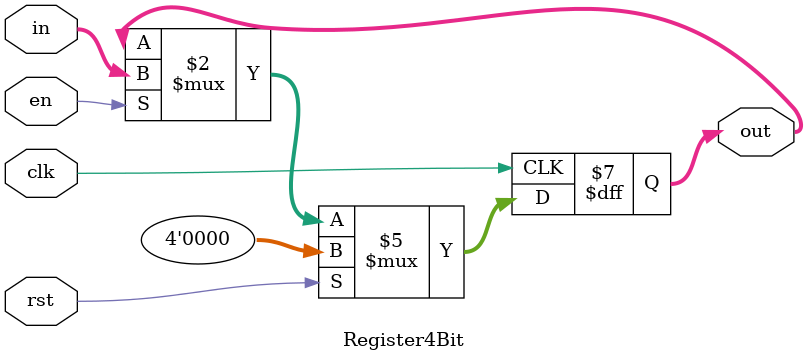
<source format=v>
module Register4Bit(out, in, en, clk, rst);
output reg [3:0] out;
input [3:0] in;
input en, clk, rst;

always@(posedge clk)
begin
	if(rst) out <= 4'd0;
	else
	begin
		if(en) out <= in;
	end
end

endmodule

</source>
